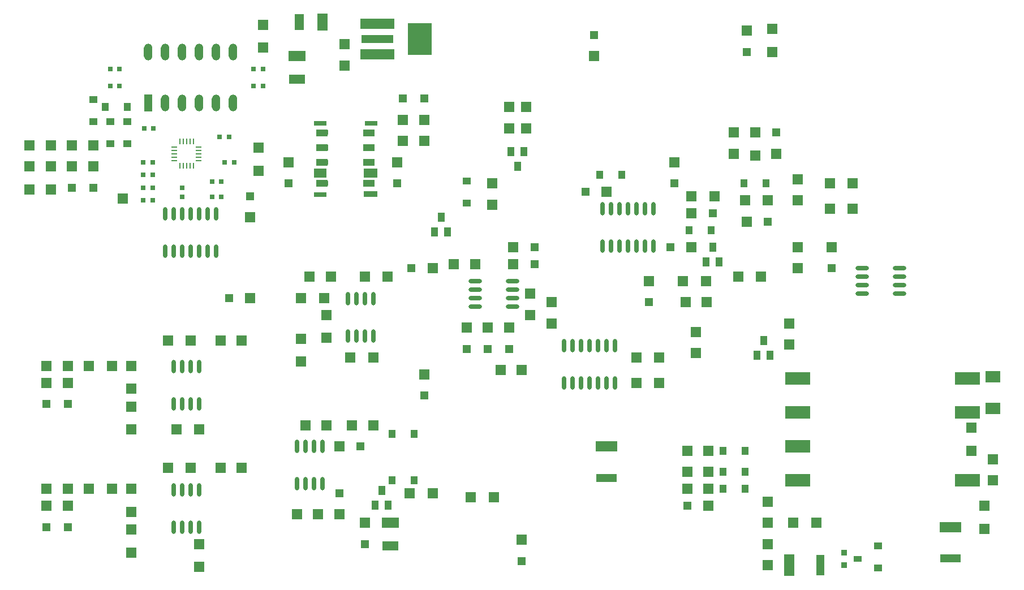
<source format=gtp>
*%FSLAX24Y24*%
*%MOIN*%
G01*
%ADD11C,0.0000*%
%ADD12C,0.0050*%
%ADD13C,0.0060*%
%ADD14C,0.0070*%
%ADD15C,0.0073*%
%ADD16C,0.0079*%
%ADD17C,0.0080*%
%ADD18C,0.0098*%
%ADD19C,0.0100*%
%ADD20C,0.0120*%
%ADD21C,0.0160*%
%ADD22C,0.0160*%
%ADD23C,0.0197*%
%ADD24C,0.0200*%
%ADD25C,0.0200*%
%ADD26C,0.0240*%
%ADD27O,0.0240X0.0800*%
%ADD28C,0.0250*%
%ADD29C,0.0260*%
%ADD30O,0.0280X0.0840*%
%ADD31C,0.0300*%
%ADD32C,0.0300*%
%ADD33C,0.0320*%
%ADD34C,0.0320*%
%ADD35C,0.0340*%
%ADD36C,0.0360*%
%ADD37C,0.0380*%
%ADD38C,0.0394*%
%ADD39C,0.0397*%
%ADD40C,0.0400*%
%ADD41C,0.0400*%
%ADD42C,0.0430*%
%ADD43C,0.0434*%
%ADD44C,0.0480*%
%ADD45C,0.0500*%
%ADD46C,0.0500*%
%ADD47O,0.0500X0.1000*%
%ADD48C,0.0520*%
%ADD49C,0.0540*%
%ADD50O,0.0540X0.1040*%
%ADD51C,0.0560*%
%ADD52C,0.0580*%
%ADD53C,0.0600*%
%ADD54C,0.0620*%
%ADD55C,0.0630*%
%ADD56C,0.0640*%
%ADD57C,0.0650*%
%ADD58C,0.0660*%
%ADD59C,0.0670*%
%ADD60C,0.0680*%
%ADD61C,0.0760*%
%ADD62O,0.0800X0.0240*%
%ADD63C,0.0800*%
%ADD64C,0.0827*%
%ADD65O,0.0840X0.0280*%
%ADD66C,0.0840*%
%ADD67C,0.0850*%
%ADD68C,0.0870*%
%ADD69C,0.1000*%
%ADD70C,0.1040*%
%ADD71C,0.1516*%
%ADD72C,0.1516*%
%ADD73C,0.1600*%
%ADD74C,0.1640*%
%ADD75C,0.1716*%
%ADD76C,0.2500*%
%ADD77R,0.0100X0.0320*%
%ADD78R,0.0140X0.0360*%
%ADD79R,0.0200X0.0200*%
%ADD80R,0.0300X0.0300*%
%ADD81R,0.0320X0.0100*%
%ADD82R,0.0340X0.0340*%
%ADD83R,0.0350X0.0550*%
%ADD84R,0.0360X0.0140*%
%ADD85R,0.0360X0.0360*%
%ADD86R,0.0394X0.0551*%
%ADD87R,0.0394X0.1102*%
%ADD88R,0.0400X0.0400*%
%ADD89R,0.0400X0.0400*%
%ADD90R,0.0400X0.0500*%
%ADD91R,0.0400X0.0750*%
%ADD92R,0.0434X0.0591*%
%ADD93R,0.0440X0.0540*%
%ADD94R,0.0500X0.0360*%
%ADD95R,0.0500X0.0400*%
%ADD96R,0.0500X0.0500*%
%ADD97R,0.0500X0.0500*%
%ADD98R,0.0500X0.1000*%
%ADD99R,0.0500X0.1200*%
%ADD100R,0.0540X0.0400*%
%ADD101R,0.0540X0.0440*%
%ADD102R,0.0540X0.0540*%
%ADD103R,0.0540X0.0960*%
%ADD104R,0.0540X0.1040*%
%ADD105R,0.0550X0.0350*%
%ADD106R,0.0551X0.1417*%
%ADD107R,0.0600X0.0600*%
%ADD108R,0.0600X0.1000*%
%ADD109R,0.0600X0.1250*%
%ADD110R,0.0620X0.0620*%
%ADD111R,0.0640X0.0640*%
%ADD112R,0.0640X0.1040*%
%ADD113R,0.0640X0.1290*%
%ADD114R,0.0650X0.0300*%
%ADD115R,0.0660X0.0660*%
%ADD116R,0.0700X0.0300*%
%ADD117R,0.0700X0.0340*%
%ADD118R,0.0700X0.0350*%
%ADD119R,0.0700X0.0700*%
%ADD120R,0.0709X0.0394*%
%ADD121R,0.0740X0.0740*%
%ADD122R,0.0749X0.0434*%
%ADD123R,0.0750X0.0300*%
%ADD124R,0.0750X0.0400*%
%ADD125R,0.0750X0.0550*%
%ADD126R,0.0800X0.0350*%
%ADD127R,0.0800X0.0550*%
%ADD128R,0.0800X0.0800*%
%ADD129R,0.0827X0.0394*%
%ADD130R,0.0827X0.0591*%
%ADD131R,0.0840X0.0840*%
%ADD132R,0.0850X0.0700*%
%ADD133R,0.0867X0.0434*%
%ADD134R,0.0867X0.0631*%
%ADD135R,0.0890X0.0740*%
%ADD136R,0.0960X0.0540*%
%ADD137R,0.1000X0.0600*%
%ADD138R,0.1000X0.1000*%
%ADD139R,0.1000X0.1000*%
%ADD140R,0.1040X0.0640*%
%ADD141R,0.1040X0.1040*%
%ADD142R,0.1102X0.0394*%
%ADD143R,0.1200X0.0500*%
%ADD144R,0.1200X0.1200*%
%ADD145R,0.1250X0.0600*%
%ADD146R,0.1290X0.0640*%
%ADD147R,0.1300X0.1300*%
%ADD148R,0.1400X0.1900*%
%ADD149R,0.1417X0.0551*%
%ADD150R,0.1500X0.0750*%
%ADD151R,0.1500X0.1500*%
%ADD152R,0.1500X0.2000*%
%ADD153R,0.1540X0.0790*%
%ADD154R,0.1540X0.1540*%
%ADD155R,0.1540X0.2040*%
%ADD156R,0.1600X0.0150*%
%ADD157R,0.1900X0.0500*%
%ADD158R,0.2000X0.0600*%
%ADD159R,0.2040X0.0640*%
%ADD160R,0.2500X0.2500*%
D27*
X40560Y45020D02*
D03*
X41060D02*
D03*
X41560D02*
D03*
X42060D02*
D03*
Y42820D02*
D03*
X41560D02*
D03*
X41060D02*
D03*
X40560D02*
D03*
Y37770D02*
D03*
X41060D02*
D03*
X41560D02*
D03*
X42060D02*
D03*
Y35570D02*
D03*
X41560D02*
D03*
X41060D02*
D03*
X40560D02*
D03*
X49310Y40320D02*
D03*
X48810D02*
D03*
X48310D02*
D03*
X47810D02*
D03*
Y38120D02*
D03*
X48310D02*
D03*
X48810D02*
D03*
X49310D02*
D03*
X50810Y49020D02*
D03*
X51310D02*
D03*
X51810D02*
D03*
X52310D02*
D03*
Y46820D02*
D03*
X51810D02*
D03*
X51310D02*
D03*
X50810D02*
D03*
X64060Y46270D02*
D03*
X63560D02*
D03*
X64560D02*
D03*
X65060D02*
D03*
X65560D02*
D03*
X66060D02*
D03*
X66560D02*
D03*
Y44070D02*
D03*
X66060D02*
D03*
X65560D02*
D03*
X65060D02*
D03*
X64560D02*
D03*
X64060D02*
D03*
X63560D02*
D03*
X68310Y52120D02*
D03*
X68810D02*
D03*
X67810D02*
D03*
X67310D02*
D03*
X66810D02*
D03*
X66310D02*
D03*
X65810D02*
D03*
Y54320D02*
D03*
X66310D02*
D03*
X66810D02*
D03*
X67310D02*
D03*
X67810D02*
D03*
X68310D02*
D03*
X68810D02*
D03*
X40560Y54020D02*
D03*
X40060D02*
D03*
X41060D02*
D03*
X41560D02*
D03*
X42060D02*
D03*
X42560D02*
D03*
X43060D02*
D03*
Y51820D02*
D03*
X42560D02*
D03*
X42060D02*
D03*
X41560D02*
D03*
X41060D02*
D03*
X40560D02*
D03*
X40060D02*
D03*
D47*
X39060Y63570D02*
D03*
X40060D02*
D03*
X41060D02*
D03*
X42060D02*
D03*
X43060D02*
D03*
X44060D02*
D03*
Y60570D02*
D03*
X43060D02*
D03*
X42060D02*
D03*
X41060D02*
D03*
X40060D02*
D03*
D62*
X58310Y50070D02*
D03*
Y49570D02*
D03*
Y49070D02*
D03*
Y48570D02*
D03*
X60510D02*
D03*
Y49070D02*
D03*
Y49570D02*
D03*
Y50070D02*
D03*
X81110Y49320D02*
D03*
Y49820D02*
D03*
Y50320D02*
D03*
Y50820D02*
D03*
X83310D02*
D03*
Y50320D02*
D03*
Y49820D02*
D03*
Y49320D02*
D03*
D77*
X40910Y56850D02*
D03*
X41110D02*
D03*
X41310D02*
D03*
X41510D02*
D03*
X41710D02*
D03*
Y58290D02*
D03*
X41510D02*
D03*
X41310D02*
D03*
X41110D02*
D03*
X40910D02*
D03*
D80*
X45810Y62570D02*
D03*
X45260D02*
D03*
X45810Y61570D02*
D03*
X45260D02*
D03*
X43810Y58570D02*
D03*
X43260D02*
D03*
X44110Y57070D02*
D03*
X43560D02*
D03*
X43360Y55920D02*
D03*
X42810D02*
D03*
X43360Y55020D02*
D03*
X42810D02*
D03*
X41060D02*
D03*
Y55570D02*
D03*
X38760D02*
D03*
X39310D02*
D03*
X38760Y54820D02*
D03*
X39310D02*
D03*
X38760Y56320D02*
D03*
X39310D02*
D03*
X38760Y57070D02*
D03*
X39310D02*
D03*
X38810Y59070D02*
D03*
X39360D02*
D03*
X37360Y61570D02*
D03*
X36810D02*
D03*
Y62570D02*
D03*
X37360D02*
D03*
D81*
X40590Y57170D02*
D03*
Y57370D02*
D03*
Y57570D02*
D03*
Y57770D02*
D03*
Y57970D02*
D03*
X42030Y57170D02*
D03*
Y57370D02*
D03*
Y57570D02*
D03*
Y57770D02*
D03*
Y57970D02*
D03*
D85*
X80060Y33320D02*
D03*
Y34070D02*
D03*
D86*
X52436Y36854D02*
D03*
X53184D02*
D03*
X52812Y37722D02*
D03*
X71936Y51204D02*
D03*
X72684D02*
D03*
X72312Y52072D02*
D03*
X74936Y45704D02*
D03*
X75684D02*
D03*
X75312Y46572D02*
D03*
X61184Y57686D02*
D03*
X60436D02*
D03*
X60808Y56818D02*
D03*
X56312Y53822D02*
D03*
X56684Y52954D02*
D03*
X55936D02*
D03*
D90*
X53410Y38320D02*
D03*
X54710D02*
D03*
X70910Y53070D02*
D03*
X72210D02*
D03*
X74160Y55820D02*
D03*
X75460D02*
D03*
X74210Y40070D02*
D03*
X72910D02*
D03*
X74210Y38820D02*
D03*
X72910D02*
D03*
X74210Y37820D02*
D03*
X72910D02*
D03*
X66960Y56320D02*
D03*
X65660D02*
D03*
X37810Y60320D02*
D03*
X36510D02*
D03*
X53410Y41070D02*
D03*
X54710D02*
D03*
D94*
X80860Y33690D02*
D03*
D95*
X82060Y33170D02*
D03*
Y34470D02*
D03*
X57810Y55970D02*
D03*
Y54670D02*
D03*
X37810Y58170D02*
D03*
Y59470D02*
D03*
X36810D02*
D03*
Y58170D02*
D03*
X35810Y60770D02*
D03*
Y59470D02*
D03*
D96*
X33060Y36820D02*
D03*
Y35570D02*
D03*
X34310Y36820D02*
D03*
Y35570D02*
D03*
Y37820D02*
D03*
X33060D02*
D03*
Y44070D02*
D03*
Y42820D02*
D03*
X34310Y44070D02*
D03*
Y42820D02*
D03*
X47810Y36320D02*
D03*
X49060D02*
D03*
X50310D02*
D03*
Y37570D02*
D03*
X51810Y35820D02*
D03*
Y34570D02*
D03*
X50310Y40320D02*
D03*
X51560D02*
D03*
X52310Y41570D02*
D03*
X51060D02*
D03*
X48310D02*
D03*
X49560D02*
D03*
X54560Y50820D02*
D03*
X55810D02*
D03*
X57060Y51070D02*
D03*
X58310D02*
D03*
X61810D02*
D03*
X60560D02*
D03*
Y52070D02*
D03*
X61810D02*
D03*
X61560Y49320D02*
D03*
Y48070D02*
D03*
X62810Y48820D02*
D03*
Y47570D02*
D03*
X60310Y46070D02*
D03*
Y47320D02*
D03*
X59060Y46070D02*
D03*
Y47320D02*
D03*
X57810D02*
D03*
Y46070D02*
D03*
X61060Y44820D02*
D03*
X59810D02*
D03*
X71310Y45820D02*
D03*
Y47070D02*
D03*
X70710Y48820D02*
D03*
X71960D02*
D03*
X68560D02*
D03*
Y50070D02*
D03*
X71060Y52070D02*
D03*
X69810D02*
D03*
X72310Y54070D02*
D03*
X71060D02*
D03*
X70060Y57070D02*
D03*
Y55820D02*
D03*
X73560Y58820D02*
D03*
Y57570D02*
D03*
X76060Y58820D02*
D03*
Y57570D02*
D03*
X75560Y53570D02*
D03*
X74310D02*
D03*
X77310Y50820D02*
D03*
Y52070D02*
D03*
X79310Y50820D02*
D03*
Y52070D02*
D03*
X76810Y46320D02*
D03*
Y47570D02*
D03*
X70810Y36820D02*
D03*
X72060D02*
D03*
Y37820D02*
D03*
X70810D02*
D03*
X72060Y38820D02*
D03*
X70810D02*
D03*
X72060Y40070D02*
D03*
X70810D02*
D03*
X61060Y33570D02*
D03*
Y34820D02*
D03*
X74310Y63570D02*
D03*
Y64820D02*
D03*
X65310Y64570D02*
D03*
Y63320D02*
D03*
X66060Y55320D02*
D03*
X64810D02*
D03*
X77310Y54820D02*
D03*
Y56070D02*
D03*
X59310Y54570D02*
D03*
Y55820D02*
D03*
X53710Y57070D02*
D03*
Y55820D02*
D03*
X55310Y58320D02*
D03*
X54060D02*
D03*
Y60820D02*
D03*
Y59570D02*
D03*
X55310Y60820D02*
D03*
Y59570D02*
D03*
X60310Y59070D02*
D03*
Y60320D02*
D03*
X61310D02*
D03*
Y59070D02*
D03*
X35810Y58070D02*
D03*
X34560D02*
D03*
Y56820D02*
D03*
Y55570D02*
D03*
X35810Y56820D02*
D03*
Y55570D02*
D03*
X34310Y45070D02*
D03*
X33060D02*
D03*
X45060Y49070D02*
D03*
X43810D02*
D03*
X45060Y55070D02*
D03*
Y53820D02*
D03*
X47310Y57070D02*
D03*
Y55820D02*
D03*
X55310Y44570D02*
D03*
Y43320D02*
D03*
D98*
X39060Y60570D02*
D03*
D99*
X78660Y33320D02*
D03*
X76810D02*
D03*
D103*
X47960Y65320D02*
D03*
X49310D02*
D03*
D107*
X33060Y36820D02*
D03*
X34310D02*
D03*
X38060Y35420D02*
D03*
Y34070D02*
D03*
Y35420D02*
D03*
Y36470D02*
D03*
Y37820D02*
D03*
D03*
Y36470D02*
D03*
X36910Y37820D02*
D03*
X35560D02*
D03*
D03*
X36910D02*
D03*
X33060D02*
D03*
X34310D02*
D03*
X33060Y44070D02*
D03*
X34310D02*
D03*
X36910Y45070D02*
D03*
X35560D02*
D03*
D03*
X36910D02*
D03*
X38060Y43720D02*
D03*
Y45070D02*
D03*
D03*
Y43720D02*
D03*
Y42670D02*
D03*
Y41320D02*
D03*
Y42670D02*
D03*
X40710Y41320D02*
D03*
X42060D02*
D03*
D03*
X43310Y39070D02*
D03*
X44560D02*
D03*
X43310D02*
D03*
X40210D02*
D03*
X41560D02*
D03*
D03*
X42060Y33220D02*
D03*
Y34570D02*
D03*
D03*
X49060Y36320D02*
D03*
X47810D02*
D03*
X50310D02*
D03*
X54460Y37570D02*
D03*
X55810D02*
D03*
D03*
X54460D02*
D03*
X59410Y37320D02*
D03*
X58060D02*
D03*
D03*
X59410D02*
D03*
X51810Y35820D02*
D03*
X50310Y40320D02*
D03*
X51060Y41570D02*
D03*
X52310D02*
D03*
X49560D02*
D03*
X48310D02*
D03*
X49560Y46720D02*
D03*
Y48070D02*
D03*
D03*
Y46720D02*
D03*
X49410Y49070D02*
D03*
X48060D02*
D03*
D03*
X49410D02*
D03*
X49810Y50320D02*
D03*
X48560D02*
D03*
X49810D02*
D03*
X53160D02*
D03*
X51810D02*
D03*
D03*
X55810Y50820D02*
D03*
X58310Y51070D02*
D03*
X57060D02*
D03*
X60560D02*
D03*
Y52070D02*
D03*
X61560Y48070D02*
D03*
Y49320D02*
D03*
X62810Y47570D02*
D03*
Y48820D02*
D03*
X60310Y47320D02*
D03*
X59060D02*
D03*
X57810D02*
D03*
X59810Y44820D02*
D03*
X61060D02*
D03*
X67810Y44070D02*
D03*
X69160D02*
D03*
X67810Y45570D02*
D03*
X69160D02*
D03*
X71310Y47070D02*
D03*
Y45820D02*
D03*
X71960Y48820D02*
D03*
X70710D02*
D03*
X70560Y50070D02*
D03*
X71910D02*
D03*
X68560D02*
D03*
X71060Y52070D02*
D03*
Y54070D02*
D03*
X72410Y55070D02*
D03*
X71060D02*
D03*
D03*
X72410D02*
D03*
X70060Y57070D02*
D03*
X73560Y57570D02*
D03*
Y58820D02*
D03*
X76060Y57570D02*
D03*
X74810Y58820D02*
D03*
Y57470D02*
D03*
X74210Y54820D02*
D03*
X75560D02*
D03*
X74310Y53570D02*
D03*
X73810Y50320D02*
D03*
X75160D02*
D03*
X77310Y52070D02*
D03*
Y50820D02*
D03*
X79310Y52070D02*
D03*
X80560Y54320D02*
D03*
X79210D02*
D03*
X80560Y55820D02*
D03*
X79210D02*
D03*
X76810Y47570D02*
D03*
Y46320D02*
D03*
X72060Y36820D02*
D03*
X70810Y37820D02*
D03*
X72060D02*
D03*
X70810Y38820D02*
D03*
X72060D02*
D03*
X70810Y40070D02*
D03*
X72060D02*
D03*
X61060Y34820D02*
D03*
X75560Y33320D02*
D03*
Y34570D02*
D03*
Y33320D02*
D03*
Y34570D02*
D03*
Y35820D02*
D03*
Y37070D02*
D03*
D03*
X78410Y35820D02*
D03*
X77060D02*
D03*
D03*
X88310Y35470D02*
D03*
Y36820D02*
D03*
D03*
X88810Y38320D02*
D03*
Y39570D02*
D03*
Y38320D02*
D03*
Y39570D02*
D03*
X87560Y41420D02*
D03*
Y40070D02*
D03*
X75810Y64920D02*
D03*
Y63570D02*
D03*
X74310Y64820D02*
D03*
X65310Y63320D02*
D03*
X66060Y55320D02*
D03*
X77310Y56070D02*
D03*
Y54820D02*
D03*
X59310Y55820D02*
D03*
Y54570D02*
D03*
X53710Y57070D02*
D03*
X54060Y58320D02*
D03*
X55310D02*
D03*
X54060Y59570D02*
D03*
X55310D02*
D03*
X60310Y60320D02*
D03*
Y59070D02*
D03*
X61310D02*
D03*
Y60320D02*
D03*
X50610Y64020D02*
D03*
Y62770D02*
D03*
Y64020D02*
D03*
Y62770D02*
D03*
X45810Y65170D02*
D03*
Y63820D02*
D03*
D03*
X33310Y58070D02*
D03*
X32060D02*
D03*
X33310D02*
D03*
X32060D02*
D03*
Y55470D02*
D03*
Y56820D02*
D03*
D03*
X33310Y55470D02*
D03*
Y56820D02*
D03*
D03*
X34560Y58070D02*
D03*
X35810D02*
D03*
X34560Y56820D02*
D03*
X35810D02*
D03*
X37560Y54920D02*
D03*
X33060Y45070D02*
D03*
X34310D02*
D03*
X40210Y46570D02*
D03*
X41560D02*
D03*
D03*
X43310D02*
D03*
X44560D02*
D03*
X43310D02*
D03*
X45060Y49070D02*
D03*
Y53820D02*
D03*
X45560Y56570D02*
D03*
Y57920D02*
D03*
X47310Y57070D02*
D03*
X48060Y46670D02*
D03*
Y45320D02*
D03*
Y46670D02*
D03*
X50960Y45570D02*
D03*
X52310D02*
D03*
D03*
X55310Y44570D02*
D03*
D108*
X49310Y65320D02*
D03*
D109*
X76810Y33320D02*
D03*
D114*
X49335Y55820D02*
D03*
D116*
X52060D02*
D03*
Y57070D02*
D03*
Y58820D02*
D03*
X49310D02*
D03*
Y57070D02*
D03*
D117*
X52060Y57950D02*
D03*
D118*
X49310Y57945D02*
D03*
D120*
X49304Y58812D02*
D03*
Y57946D02*
D03*
Y57080D02*
D03*
Y55820D02*
D03*
X52060D02*
D03*
Y58812D02*
D03*
Y57946D02*
D03*
Y57080D02*
D03*
D123*
X52185Y59370D02*
D03*
X49185D02*
D03*
Y55170D02*
D03*
D125*
Y56445D02*
D03*
D126*
X52160Y55195D02*
D03*
D127*
Y56445D02*
D03*
D132*
X88810Y44420D02*
D03*
Y42570D02*
D03*
D136*
X53310Y34470D02*
D03*
Y35820D02*
D03*
X47810Y61970D02*
D03*
Y63320D02*
D03*
D137*
X53310Y35820D02*
D03*
X47810Y63320D02*
D03*
D143*
X66060Y38470D02*
D03*
Y40320D02*
D03*
X86310Y33720D02*
D03*
Y35570D02*
D03*
D145*
X66060Y40320D02*
D03*
X86310Y35570D02*
D03*
D148*
X55060Y64320D02*
D03*
D150*
X77310Y38320D02*
D03*
X87310D02*
D03*
Y42320D02*
D03*
Y44320D02*
D03*
X77310Y40320D02*
D03*
Y42320D02*
D03*
Y44320D02*
D03*
D157*
X52560Y63420D02*
D03*
Y65220D02*
D03*
Y64320D02*
D03*
D158*
Y65220D02*
D03*
Y63420D02*
D03*
M02*

</source>
